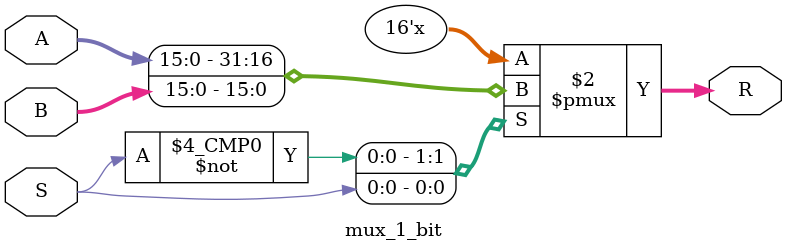
<source format=v>
`timescale 1ns / 1ps

module mux_1_bit(
    input [15:0] A,
    input [15:0] B,
    input S,
    output reg [15:0] R
    );

	always @ *
	
	case (S)
		0: R = A;
		1: R = B;
	endcase

endmodule

</source>
